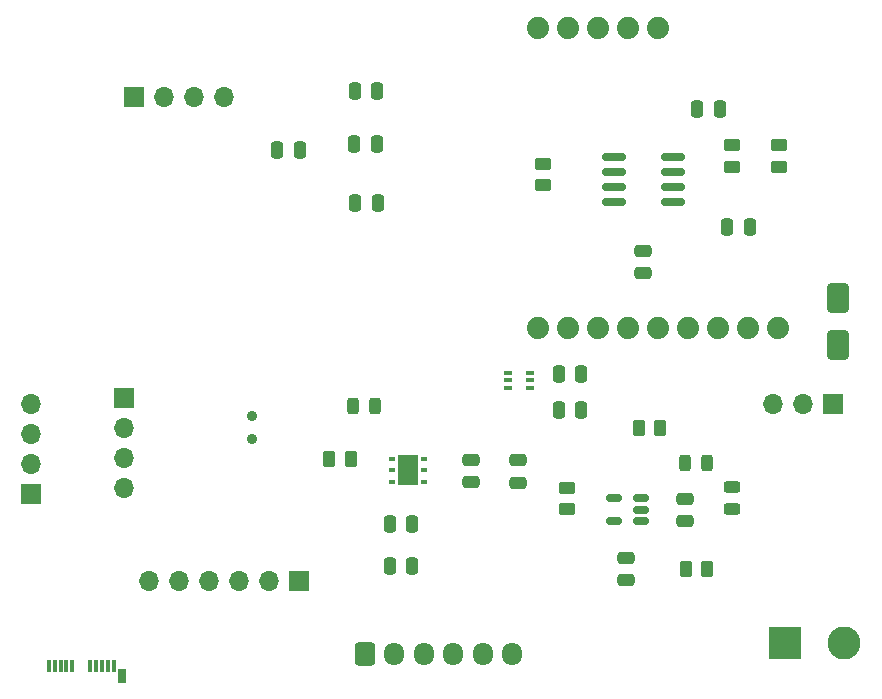
<source format=gbr>
%TF.GenerationSoftware,KiCad,Pcbnew,8.0.8*%
%TF.CreationDate,2025-01-27T11:39:49+01:00*%
%TF.ProjectId,PGE_PCB,5047455f-5043-4422-9e6b-696361645f70,rev?*%
%TF.SameCoordinates,Original*%
%TF.FileFunction,Soldermask,Bot*%
%TF.FilePolarity,Negative*%
%FSLAX46Y46*%
G04 Gerber Fmt 4.6, Leading zero omitted, Abs format (unit mm)*
G04 Created by KiCad (PCBNEW 8.0.8) date 2025-01-27 11:39:49*
%MOMM*%
%LPD*%
G01*
G04 APERTURE LIST*
G04 Aperture macros list*
%AMRoundRect*
0 Rectangle with rounded corners*
0 $1 Rounding radius*
0 $2 $3 $4 $5 $6 $7 $8 $9 X,Y pos of 4 corners*
0 Add a 4 corners polygon primitive as box body*
4,1,4,$2,$3,$4,$5,$6,$7,$8,$9,$2,$3,0*
0 Add four circle primitives for the rounded corners*
1,1,$1+$1,$2,$3*
1,1,$1+$1,$4,$5*
1,1,$1+$1,$6,$7*
1,1,$1+$1,$8,$9*
0 Add four rect primitives between the rounded corners*
20,1,$1+$1,$2,$3,$4,$5,0*
20,1,$1+$1,$4,$5,$6,$7,0*
20,1,$1+$1,$6,$7,$8,$9,0*
20,1,$1+$1,$8,$9,$2,$3,0*%
G04 Aperture macros list end*
%ADD10RoundRect,0.250000X-0.600000X-0.725000X0.600000X-0.725000X0.600000X0.725000X-0.600000X0.725000X0*%
%ADD11O,1.700000X1.950000*%
%ADD12R,1.700000X1.700000*%
%ADD13O,1.700000X1.700000*%
%ADD14C,1.879600*%
%ADD15R,0.380000X1.000000*%
%ADD16R,0.700000X1.150000*%
%ADD17C,0.900000*%
%ADD18R,2.800000X2.800000*%
%ADD19C,2.800000*%
%ADD20RoundRect,0.243750X-0.243750X-0.456250X0.243750X-0.456250X0.243750X0.456250X-0.243750X0.456250X0*%
%ADD21RoundRect,0.250000X0.250000X0.475000X-0.250000X0.475000X-0.250000X-0.475000X0.250000X-0.475000X0*%
%ADD22RoundRect,0.250000X0.262500X0.450000X-0.262500X0.450000X-0.262500X-0.450000X0.262500X-0.450000X0*%
%ADD23RoundRect,0.250000X0.650000X-1.000000X0.650000X1.000000X-0.650000X1.000000X-0.650000X-1.000000X0*%
%ADD24RoundRect,0.150000X0.512500X0.150000X-0.512500X0.150000X-0.512500X-0.150000X0.512500X-0.150000X0*%
%ADD25RoundRect,0.250000X-0.250000X-0.475000X0.250000X-0.475000X0.250000X0.475000X-0.250000X0.475000X0*%
%ADD26RoundRect,0.100000X0.225000X0.100000X-0.225000X0.100000X-0.225000X-0.100000X0.225000X-0.100000X0*%
%ADD27RoundRect,0.250000X0.475000X-0.250000X0.475000X0.250000X-0.475000X0.250000X-0.475000X-0.250000X0*%
%ADD28RoundRect,0.250000X-0.475000X0.250000X-0.475000X-0.250000X0.475000X-0.250000X0.475000X0.250000X0*%
%ADD29RoundRect,0.243750X0.243750X0.456250X-0.243750X0.456250X-0.243750X-0.456250X0.243750X-0.456250X0*%
%ADD30RoundRect,0.250000X0.450000X-0.262500X0.450000X0.262500X-0.450000X0.262500X-0.450000X-0.262500X0*%
%ADD31RoundRect,0.250000X-0.262500X-0.450000X0.262500X-0.450000X0.262500X0.450000X-0.262500X0.450000X0*%
%ADD32RoundRect,0.250000X-0.450000X0.262500X-0.450000X-0.262500X0.450000X-0.262500X0.450000X0.262500X0*%
%ADD33RoundRect,0.243750X-0.456250X0.243750X-0.456250X-0.243750X0.456250X-0.243750X0.456250X0.243750X0*%
%ADD34RoundRect,0.150000X0.825000X0.150000X-0.825000X0.150000X-0.825000X-0.150000X0.825000X-0.150000X0*%
%ADD35R,0.630000X0.450000*%
%ADD36R,1.700000X2.600000*%
G04 APERTURE END LIST*
D10*
%TO.C,ST_LINK1*%
X122900000Y-118200000D03*
D11*
X125400000Y-118200000D03*
X127900000Y-118200000D03*
X130400000Y-118200000D03*
X132900000Y-118200000D03*
X135400000Y-118200000D03*
%TD*%
D12*
%TO.C,GPS_J4*%
X103380000Y-71000000D03*
D13*
X105920000Y-71000000D03*
X108460000Y-71000000D03*
X111000000Y-71000000D03*
%TD*%
D14*
%TO.C,RFM9x1*%
X137586000Y-90565000D03*
X140126000Y-90565000D03*
X142666000Y-90565000D03*
X145206000Y-90565000D03*
X147746000Y-90565000D03*
X150286000Y-90565000D03*
X152826000Y-90565000D03*
X155366000Y-90565000D03*
X157906000Y-90565000D03*
X137586000Y-65165000D03*
X140126000Y-65165000D03*
X142666000Y-65165000D03*
X145206000Y-65165000D03*
X147746000Y-65165000D03*
%TD*%
D12*
%TO.C,J1*%
X162525000Y-97000000D03*
D13*
X159985000Y-97000000D03*
X157445000Y-97000000D03*
%TD*%
D12*
%TO.C,SPI_SD1*%
X117310000Y-112000000D03*
D13*
X114770000Y-112000000D03*
X112230000Y-112000000D03*
X109690000Y-112000000D03*
X107150000Y-112000000D03*
X104610000Y-112000000D03*
%TD*%
D15*
%TO.C,P1*%
X101650000Y-119160000D03*
X101150000Y-119160000D03*
X100650000Y-119160000D03*
X100150000Y-119160000D03*
X99650000Y-119160000D03*
X98150000Y-119160000D03*
X97650000Y-119160000D03*
X97150000Y-119160000D03*
X96650000Y-119160000D03*
X96150000Y-119160000D03*
D16*
X102320000Y-120000000D03*
%TD*%
D17*
%TO.C,SW1*%
X113400000Y-98050000D03*
X113400000Y-100000000D03*
%TD*%
D18*
%TO.C,CN2*%
X158500000Y-117250000D03*
D19*
X163500000Y-117250000D03*
%TD*%
D12*
%TO.C,UART1*%
X94650000Y-104620000D03*
D13*
X94650000Y-102080000D03*
X94650000Y-99540000D03*
X94650000Y-97000000D03*
%TD*%
D12*
%TO.C,I2C1*%
X102500000Y-96500000D03*
D13*
X102500000Y-99040000D03*
X102500000Y-101580000D03*
X102500000Y-104120000D03*
%TD*%
D20*
%TO.C,LED_START2*%
X150000000Y-102000000D03*
X151875000Y-102000000D03*
%TD*%
D21*
%TO.C,C9*%
X141250000Y-94505000D03*
X139350000Y-94505000D03*
%TD*%
D22*
%TO.C,R3*%
X151912500Y-111000000D03*
X150087500Y-111000000D03*
%TD*%
%TO.C,R5*%
X121740000Y-101684000D03*
X119915000Y-101684000D03*
%TD*%
D23*
%TO.C,D1*%
X163000000Y-92000000D03*
X163000000Y-88000000D03*
%TD*%
D24*
%TO.C,U2*%
X146275000Y-105000000D03*
X146275000Y-105950000D03*
X146275000Y-106900000D03*
X144000000Y-106900000D03*
X144000000Y-105000000D03*
%TD*%
D25*
%TO.C,C7*%
X125015000Y-107184000D03*
X126915000Y-107184000D03*
%TD*%
D26*
%TO.C,U5*%
X136900000Y-94350000D03*
X136900000Y-95000000D03*
X136900000Y-95650000D03*
X135000000Y-95650000D03*
X135000000Y-95000000D03*
X135000000Y-94350000D03*
%TD*%
D27*
%TO.C,C23*%
X146450000Y-85950000D03*
X146450000Y-84050000D03*
%TD*%
D28*
%TO.C,C5*%
X131915000Y-101734000D03*
X131915000Y-103634000D03*
%TD*%
D27*
%TO.C,C4*%
X145000000Y-111950000D03*
X145000000Y-110050000D03*
%TD*%
D21*
%TO.C,C15*%
X123900000Y-75000000D03*
X122000000Y-75000000D03*
%TD*%
D29*
%TO.C,D2*%
X123790000Y-97184000D03*
X121915000Y-97184000D03*
%TD*%
D21*
%TO.C,C24*%
X152950000Y-72000000D03*
X151050000Y-72000000D03*
%TD*%
D30*
%TO.C,R6*%
X140000000Y-105912500D03*
X140000000Y-104087500D03*
%TD*%
D25*
%TO.C,C22*%
X153600000Y-82000000D03*
X155500000Y-82000000D03*
%TD*%
D21*
%TO.C,C10*%
X141250000Y-97515000D03*
X139350000Y-97515000D03*
%TD*%
%TO.C,C17*%
X117410000Y-75500000D03*
X115510000Y-75500000D03*
%TD*%
D30*
%TO.C,R15*%
X138000000Y-78500000D03*
X138000000Y-76675000D03*
%TD*%
%TO.C,R14*%
X158000000Y-76912500D03*
X158000000Y-75087500D03*
%TD*%
D31*
%TO.C,R4*%
X146087500Y-99000000D03*
X147912500Y-99000000D03*
%TD*%
D32*
%TO.C,R13*%
X154000000Y-75087500D03*
X154000000Y-76912500D03*
%TD*%
D21*
%TO.C,C16*%
X124000000Y-80000000D03*
X122100000Y-80000000D03*
%TD*%
%TO.C,C14*%
X123950000Y-70500000D03*
X122050000Y-70500000D03*
%TD*%
D28*
%TO.C,C3*%
X150000000Y-105050000D03*
X150000000Y-106950000D03*
%TD*%
D33*
%TO.C,LED_FULL2*%
X154000000Y-104000000D03*
X154000000Y-105875000D03*
%TD*%
D28*
%TO.C,C6*%
X135915000Y-101784000D03*
X135915000Y-103684000D03*
%TD*%
D34*
%TO.C,U3*%
X148975000Y-76095000D03*
X148975000Y-77365000D03*
X148975000Y-78635000D03*
X148975000Y-79905000D03*
X144025000Y-79905000D03*
X144025000Y-78635000D03*
X144025000Y-77365000D03*
X144025000Y-76095000D03*
%TD*%
D25*
%TO.C,C8*%
X125015000Y-110684000D03*
X126915000Y-110684000D03*
%TD*%
D35*
%TO.C,U4*%
X127915000Y-101684000D03*
X127915000Y-102634000D03*
X127915000Y-103584000D03*
X125235000Y-103584000D03*
X125235000Y-102634000D03*
X125235000Y-101684000D03*
D36*
X126575000Y-102634000D03*
%TD*%
M02*

</source>
